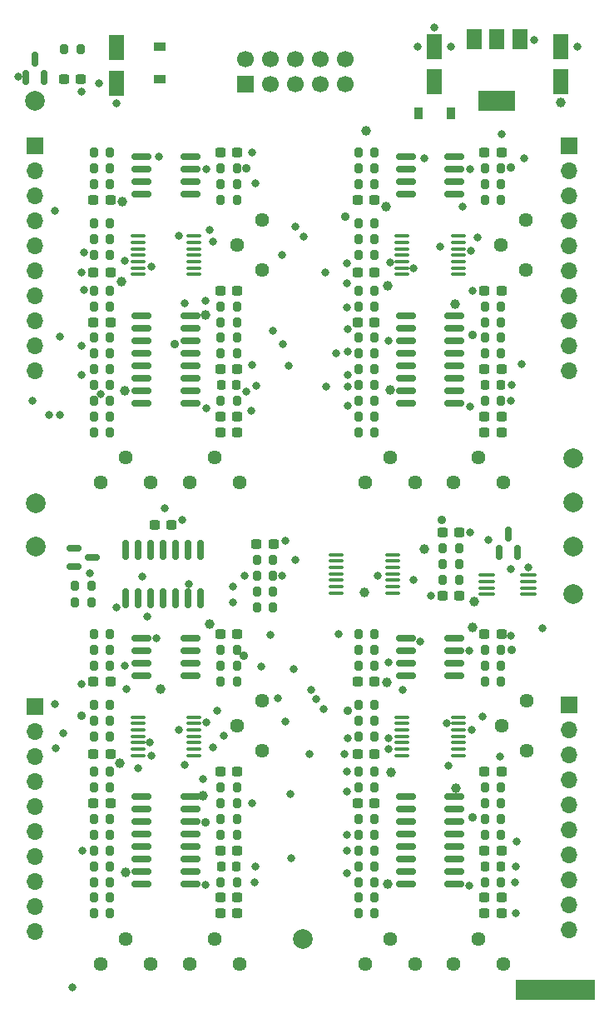
<source format=gbr>
%TF.GenerationSoftware,KiCad,Pcbnew,(6.0.11)*%
%TF.CreationDate,2023-04-16T18:13:22+01:00*%
%TF.ProjectId,Quadraphone,51756164-7261-4706-986f-6e652e6b6963,rev?*%
%TF.SameCoordinates,Original*%
%TF.FileFunction,Soldermask,Top*%
%TF.FilePolarity,Negative*%
%FSLAX46Y46*%
G04 Gerber Fmt 4.6, Leading zero omitted, Abs format (unit mm)*
G04 Created by KiCad (PCBNEW (6.0.11)) date 2023-04-16 18:13:22*
%MOMM*%
%LPD*%
G01*
G04 APERTURE LIST*
G04 Aperture macros list*
%AMRoundRect*
0 Rectangle with rounded corners*
0 $1 Rounding radius*
0 $2 $3 $4 $5 $6 $7 $8 $9 X,Y pos of 4 corners*
0 Add a 4 corners polygon primitive as box body*
4,1,4,$2,$3,$4,$5,$6,$7,$8,$9,$2,$3,0*
0 Add four circle primitives for the rounded corners*
1,1,$1+$1,$2,$3*
1,1,$1+$1,$4,$5*
1,1,$1+$1,$6,$7*
1,1,$1+$1,$8,$9*
0 Add four rect primitives between the rounded corners*
20,1,$1+$1,$2,$3,$4,$5,0*
20,1,$1+$1,$4,$5,$6,$7,0*
20,1,$1+$1,$6,$7,$8,$9,0*
20,1,$1+$1,$8,$9,$2,$3,0*%
G04 Aperture macros list end*
%ADD10C,0.100000*%
%ADD11RoundRect,0.237500X0.300000X0.237500X-0.300000X0.237500X-0.300000X-0.237500X0.300000X-0.237500X0*%
%ADD12C,2.000000*%
%ADD13C,1.440000*%
%ADD14RoundRect,0.218750X-0.218750X-0.256250X0.218750X-0.256250X0.218750X0.256250X-0.218750X0.256250X0*%
%ADD15RoundRect,0.200000X-0.200000X-0.275000X0.200000X-0.275000X0.200000X0.275000X-0.200000X0.275000X0*%
%ADD16RoundRect,0.237500X-0.300000X-0.237500X0.300000X-0.237500X0.300000X0.237500X-0.300000X0.237500X0*%
%ADD17RoundRect,0.200000X0.200000X0.275000X-0.200000X0.275000X-0.200000X-0.275000X0.200000X-0.275000X0*%
%ADD18RoundRect,0.150000X0.825000X0.150000X-0.825000X0.150000X-0.825000X-0.150000X0.825000X-0.150000X0*%
%ADD19RoundRect,0.150000X0.150000X-0.587500X0.150000X0.587500X-0.150000X0.587500X-0.150000X-0.587500X0*%
%ADD20RoundRect,0.150000X-0.150000X0.825000X-0.150000X-0.825000X0.150000X-0.825000X0.150000X0.825000X0*%
%ADD21RoundRect,0.100000X0.712500X0.100000X-0.712500X0.100000X-0.712500X-0.100000X0.712500X-0.100000X0*%
%ADD22RoundRect,0.100000X0.637500X0.100000X-0.637500X0.100000X-0.637500X-0.100000X0.637500X-0.100000X0*%
%ADD23RoundRect,0.250000X0.550000X-1.050000X0.550000X1.050000X-0.550000X1.050000X-0.550000X-1.050000X0*%
%ADD24RoundRect,0.150000X-0.587500X-0.150000X0.587500X-0.150000X0.587500X0.150000X-0.587500X0.150000X0*%
%ADD25R,1.200000X0.900000*%
%ADD26R,0.900000X1.200000*%
%ADD27RoundRect,0.150000X-0.825000X-0.150000X0.825000X-0.150000X0.825000X0.150000X-0.825000X0.150000X0*%
%ADD28R,1.700000X1.700000*%
%ADD29C,1.700000*%
%ADD30R,1.500000X2.000000*%
%ADD31R,3.800000X2.000000*%
%ADD32O,1.700000X1.700000*%
%ADD33C,0.800000*%
%ADD34C,0.900000*%
%ADD35C,1.000000*%
G04 APERTURE END LIST*
%TO.C,FID1*%
G36*
X109700000Y-149700000D02*
G01*
X101700000Y-149700000D01*
X101700000Y-147700000D01*
X109700000Y-147700000D01*
X109700000Y-149700000D01*
G37*
D10*
X109700000Y-149700000D02*
X101700000Y-149700000D01*
X101700000Y-147700000D01*
X109700000Y-147700000D01*
X109700000Y-149700000D01*
%TD*%
D11*
%TO.C,C40*%
X87362500Y-117400000D03*
X85637500Y-117400000D03*
%TD*%
D12*
%TO.C,TP6*%
X52800000Y-58400000D03*
%TD*%
D13*
%TO.C,HF_Track_Trim3*%
X68500000Y-146100000D03*
X71040000Y-143560000D03*
X73580000Y-146100000D03*
%TD*%
D14*
%TO.C,D3*%
X71712500Y-87300000D03*
X73287500Y-87300000D03*
%TD*%
D15*
%TO.C,R2*%
X75375000Y-106700000D03*
X77025000Y-106700000D03*
%TD*%
D11*
%TO.C,C31*%
X73362500Y-141000000D03*
X71637500Y-141000000D03*
%TD*%
D13*
%TO.C,HF_Track_Trim1*%
X68500000Y-97200000D03*
X71040000Y-94660000D03*
X73580000Y-97200000D03*
%TD*%
D11*
%TO.C,C4*%
X73362500Y-77700000D03*
X71637500Y-77700000D03*
%TD*%
D16*
%TO.C,C16*%
X98537500Y-85700000D03*
X100262500Y-85700000D03*
%TD*%
D17*
%TO.C,R82*%
X60425000Y-131400000D03*
X58775000Y-131400000D03*
%TD*%
D13*
%TO.C,Base_Freq_Trim4*%
X86400000Y-146100000D03*
X88940000Y-143560000D03*
X91480000Y-146100000D03*
%TD*%
D15*
%TO.C,R8*%
X71675000Y-82500000D03*
X73325000Y-82500000D03*
%TD*%
D13*
%TO.C,Expo_Trim2*%
X102700000Y-75600000D03*
X100160000Y-73060000D03*
X102700000Y-70520000D03*
%TD*%
D17*
%TO.C,R95*%
X60425000Y-119800000D03*
X58775000Y-119800000D03*
%TD*%
%TO.C,R43*%
X87325000Y-92100000D03*
X85675000Y-92100000D03*
%TD*%
%TO.C,R4*%
X95925000Y-107100000D03*
X94275000Y-107100000D03*
%TD*%
%TO.C,R13*%
X87325000Y-128200000D03*
X85675000Y-128200000D03*
%TD*%
D18*
%TO.C,U18*%
X95475000Y-116805000D03*
X95475000Y-115535000D03*
X95475000Y-114265000D03*
X95475000Y-112995000D03*
X90525000Y-112995000D03*
X90525000Y-114265000D03*
X90525000Y-115535000D03*
X90525000Y-116805000D03*
%TD*%
D19*
%TO.C,U14*%
X100000000Y-104337500D03*
X101900000Y-104337500D03*
X100950000Y-102462500D03*
%TD*%
D11*
%TO.C,C9*%
X77062500Y-103500000D03*
X75337500Y-103500000D03*
%TD*%
D12*
%TO.C,TP7*%
X52900000Y-103700000D03*
%TD*%
D20*
%TO.C,U5*%
X69610000Y-104025000D03*
X68340000Y-104025000D03*
X67070000Y-104025000D03*
X65800000Y-104025000D03*
X64530000Y-104025000D03*
X63260000Y-104025000D03*
X61990000Y-104025000D03*
X61990000Y-108975000D03*
X63260000Y-108975000D03*
X64530000Y-108975000D03*
X65800000Y-108975000D03*
X67070000Y-108975000D03*
X68340000Y-108975000D03*
X69610000Y-108975000D03*
%TD*%
D21*
%TO.C,U3*%
X103012500Y-108575000D03*
X103012500Y-107925000D03*
X103012500Y-107275000D03*
X103012500Y-106625000D03*
X98787500Y-106625000D03*
X98787500Y-107275000D03*
X98787500Y-107925000D03*
X98787500Y-108575000D03*
%TD*%
D15*
%TO.C,R39*%
X85675000Y-85700000D03*
X87325000Y-85700000D03*
%TD*%
%TO.C,R22*%
X58775000Y-88900000D03*
X60425000Y-88900000D03*
%TD*%
%TO.C,R64*%
X85675000Y-137800000D03*
X87325000Y-137800000D03*
%TD*%
D11*
%TO.C,C33*%
X60462500Y-75900000D03*
X58737500Y-75900000D03*
%TD*%
D17*
%TO.C,R9*%
X73325000Y-88900000D03*
X71675000Y-88900000D03*
%TD*%
D15*
%TO.C,R44*%
X98575000Y-66900000D03*
X100225000Y-66900000D03*
%TD*%
D17*
%TO.C,R11*%
X60425000Y-72500000D03*
X58775000Y-72500000D03*
%TD*%
D14*
%TO.C,D5*%
X98612500Y-136200000D03*
X100187500Y-136200000D03*
%TD*%
D22*
%TO.C,U15*%
X68962500Y-124950000D03*
X68962500Y-124300000D03*
X68962500Y-123650000D03*
X68962500Y-123000000D03*
X68962500Y-122350000D03*
X68962500Y-121700000D03*
X68962500Y-121050000D03*
X63237500Y-121050000D03*
X63237500Y-121700000D03*
X63237500Y-122350000D03*
X63237500Y-123000000D03*
X63237500Y-123650000D03*
X63237500Y-124300000D03*
X63237500Y-124950000D03*
%TD*%
D13*
%TO.C,Base_Freq_Trim1*%
X59500000Y-97200000D03*
X62040000Y-94660000D03*
X64580000Y-97200000D03*
%TD*%
D15*
%TO.C,R21*%
X58775000Y-63700000D03*
X60425000Y-63700000D03*
%TD*%
D23*
%TO.C,C11*%
X93400000Y-56500000D03*
X93400000Y-52900000D03*
%TD*%
D15*
%TO.C,R29*%
X58775000Y-65300000D03*
X60425000Y-65300000D03*
%TD*%
%TO.C,R91*%
X71675000Y-117400000D03*
X73325000Y-117400000D03*
%TD*%
D13*
%TO.C,Expo_Trim3*%
X75900000Y-124425000D03*
X73360000Y-121885000D03*
X75900000Y-119345000D03*
%TD*%
D16*
%TO.C,C22*%
X98537500Y-134600000D03*
X100262500Y-134600000D03*
%TD*%
D17*
%TO.C,R77*%
X60425000Y-121400000D03*
X58775000Y-121400000D03*
%TD*%
D15*
%TO.C,R34*%
X85675000Y-87300000D03*
X87325000Y-87300000D03*
%TD*%
%TO.C,R18*%
X58775000Y-87300000D03*
X60425000Y-87300000D03*
%TD*%
%TO.C,R92*%
X58775000Y-112600000D03*
X60425000Y-112600000D03*
%TD*%
D18*
%TO.C,U13*%
X95475000Y-67905000D03*
X95475000Y-66635000D03*
X95475000Y-65365000D03*
X95475000Y-64095000D03*
X90525000Y-64095000D03*
X90525000Y-65365000D03*
X90525000Y-66635000D03*
X90525000Y-67905000D03*
%TD*%
D11*
%TO.C,C35*%
X87362500Y-75900000D03*
X85637500Y-75900000D03*
%TD*%
D16*
%TO.C,C24*%
X98537500Y-112600000D03*
X100262500Y-112600000D03*
%TD*%
D15*
%TO.C,R7*%
X94275000Y-103900000D03*
X95925000Y-103900000D03*
%TD*%
D17*
%TO.C,R35*%
X87325000Y-77700000D03*
X85675000Y-77700000D03*
%TD*%
D11*
%TO.C,C29*%
X73362500Y-139400000D03*
X71637500Y-139400000D03*
%TD*%
%TO.C,C19*%
X100262500Y-92100000D03*
X98537500Y-92100000D03*
%TD*%
D17*
%TO.C,R5*%
X95925000Y-105500000D03*
X94275000Y-105500000D03*
%TD*%
D15*
%TO.C,R73*%
X98575000Y-114200000D03*
X100225000Y-114200000D03*
%TD*%
D12*
%TO.C,TP5*%
X107600000Y-108500000D03*
%TD*%
D18*
%TO.C,U16*%
X68575000Y-116805000D03*
X68575000Y-115535000D03*
X68575000Y-114265000D03*
X68575000Y-112995000D03*
X63625000Y-112995000D03*
X63625000Y-114265000D03*
X63625000Y-115535000D03*
X63625000Y-116805000D03*
%TD*%
D17*
%TO.C,R31*%
X87325000Y-72500000D03*
X85675000Y-72500000D03*
%TD*%
D13*
%TO.C,Expo_Trim4*%
X102800000Y-124425000D03*
X100260000Y-121885000D03*
X102800000Y-119345000D03*
%TD*%
D17*
%TO.C,R75*%
X100225000Y-129800000D03*
X98575000Y-129800000D03*
%TD*%
%TO.C,R94*%
X60425000Y-139400000D03*
X58775000Y-139400000D03*
%TD*%
%TO.C,R76*%
X100225000Y-133000000D03*
X98575000Y-133000000D03*
%TD*%
D11*
%TO.C,C6*%
X73362500Y-90500000D03*
X71637500Y-90500000D03*
%TD*%
D17*
%TO.C,R24*%
X73325000Y-80900000D03*
X71675000Y-80900000D03*
%TD*%
D15*
%TO.C,R32*%
X85675000Y-84100000D03*
X87325000Y-84100000D03*
%TD*%
D17*
%TO.C,R63*%
X87325000Y-123000000D03*
X85675000Y-123000000D03*
%TD*%
D16*
%TO.C,C26*%
X58737500Y-129800000D03*
X60462500Y-129800000D03*
%TD*%
D11*
%TO.C,C25*%
X100262500Y-141000000D03*
X98537500Y-141000000D03*
%TD*%
D15*
%TO.C,R74*%
X85675000Y-114200000D03*
X87325000Y-114200000D03*
%TD*%
D22*
%TO.C,U11*%
X95862500Y-124950000D03*
X95862500Y-124300000D03*
X95862500Y-123650000D03*
X95862500Y-123000000D03*
X95862500Y-122350000D03*
X95862500Y-121700000D03*
X95862500Y-121050000D03*
X90137500Y-121050000D03*
X90137500Y-121700000D03*
X90137500Y-122350000D03*
X90137500Y-123000000D03*
X90137500Y-123650000D03*
X90137500Y-124300000D03*
X90137500Y-124950000D03*
%TD*%
D17*
%TO.C,R66*%
X87325000Y-141000000D03*
X85675000Y-141000000D03*
%TD*%
%TO.C,R89*%
X60425000Y-141000000D03*
X58775000Y-141000000D03*
%TD*%
D11*
%TO.C,C27*%
X73362500Y-126600000D03*
X71637500Y-126600000D03*
%TD*%
D15*
%TO.C,R68*%
X98575000Y-117400000D03*
X100225000Y-117400000D03*
%TD*%
%TO.C,R90*%
X71675000Y-115800000D03*
X73325000Y-115800000D03*
%TD*%
%TO.C,R17*%
X58775000Y-85700000D03*
X60425000Y-85700000D03*
%TD*%
D23*
%TO.C,C12*%
X61100000Y-56600000D03*
X61100000Y-53000000D03*
%TD*%
D15*
%TO.C,R87*%
X58775000Y-137800000D03*
X60425000Y-137800000D03*
%TD*%
D11*
%TO.C,C36*%
X87362500Y-68500000D03*
X85637500Y-68500000D03*
%TD*%
%TO.C,C15*%
X100262500Y-77700000D03*
X98537500Y-77700000D03*
%TD*%
D15*
%TO.C,R62*%
X85675000Y-134600000D03*
X87325000Y-134600000D03*
%TD*%
D11*
%TO.C,C21*%
X100262500Y-126600000D03*
X98537500Y-126600000D03*
%TD*%
D12*
%TO.C,TP8*%
X107600000Y-103700000D03*
%TD*%
D17*
%TO.C,R52*%
X100225000Y-80900000D03*
X98575000Y-80900000D03*
%TD*%
%TO.C,R23*%
X60425000Y-92100000D03*
X58775000Y-92100000D03*
%TD*%
D12*
%TO.C,TP2*%
X107600000Y-94700000D03*
%TD*%
D11*
%TO.C,C1*%
X95962500Y-108700000D03*
X94237500Y-108700000D03*
%TD*%
%TO.C,C8*%
X73362500Y-92100000D03*
X71637500Y-92100000D03*
%TD*%
%TO.C,C39*%
X87362500Y-124800000D03*
X85637500Y-124800000D03*
%TD*%
D12*
%TO.C,TP4*%
X80000000Y-143600000D03*
%TD*%
D17*
%TO.C,R47*%
X87325000Y-66900000D03*
X85675000Y-66900000D03*
%TD*%
D24*
%TO.C,Q1*%
X56762500Y-103850000D03*
X56762500Y-105750000D03*
X58637500Y-104800000D03*
%TD*%
D25*
%TO.C,D2*%
X65500000Y-56250000D03*
X65500000Y-52950000D03*
%TD*%
D13*
%TO.C,Base_Freq_Trim2*%
X86400000Y-97200000D03*
X88940000Y-94660000D03*
X91480000Y-97200000D03*
%TD*%
D15*
%TO.C,R38*%
X98575000Y-82500000D03*
X100225000Y-82500000D03*
%TD*%
D22*
%TO.C,U7*%
X95862500Y-76050000D03*
X95862500Y-75400000D03*
X95862500Y-74750000D03*
X95862500Y-74100000D03*
X95862500Y-73450000D03*
X95862500Y-72800000D03*
X95862500Y-72150000D03*
X90137500Y-72150000D03*
X90137500Y-72800000D03*
X90137500Y-73450000D03*
X90137500Y-74100000D03*
X90137500Y-74750000D03*
X90137500Y-75400000D03*
X90137500Y-76050000D03*
%TD*%
D17*
%TO.C,R100*%
X57425000Y-53200000D03*
X55775000Y-53200000D03*
%TD*%
D15*
%TO.C,R19*%
X71675000Y-66900000D03*
X73325000Y-66900000D03*
%TD*%
D16*
%TO.C,C41*%
X71637500Y-63700000D03*
X73362500Y-63700000D03*
%TD*%
D11*
%TO.C,C34*%
X60462500Y-68500000D03*
X58737500Y-68500000D03*
%TD*%
D14*
%TO.C,D4*%
X98612500Y-87300000D03*
X100187500Y-87300000D03*
%TD*%
D15*
%TO.C,R37*%
X58775000Y-84100000D03*
X60425000Y-84100000D03*
%TD*%
D17*
%TO.C,R60*%
X87325000Y-79300000D03*
X85675000Y-79300000D03*
%TD*%
D15*
%TO.C,R67*%
X98575000Y-115800000D03*
X100225000Y-115800000D03*
%TD*%
%TO.C,R45*%
X98575000Y-68500000D03*
X100225000Y-68500000D03*
%TD*%
D16*
%TO.C,C13*%
X58737500Y-80900000D03*
X60462500Y-80900000D03*
%TD*%
%TO.C,C10*%
X55737500Y-56200000D03*
X57462500Y-56200000D03*
%TD*%
D15*
%TO.C,R56*%
X98575000Y-128200000D03*
X100225000Y-128200000D03*
%TD*%
D17*
%TO.C,R25*%
X60425000Y-79300000D03*
X58775000Y-79300000D03*
%TD*%
%TO.C,R83*%
X60425000Y-128200000D03*
X58775000Y-128200000D03*
%TD*%
%TO.C,R88*%
X73325000Y-137800000D03*
X71675000Y-137800000D03*
%TD*%
%TO.C,R12*%
X60425000Y-77700000D03*
X58775000Y-77700000D03*
%TD*%
D15*
%TO.C,R10*%
X71675000Y-79300000D03*
X73325000Y-79300000D03*
%TD*%
D13*
%TO.C,Expo_Trim1*%
X75900000Y-75600000D03*
X73360000Y-73060000D03*
X75900000Y-70520000D03*
%TD*%
D16*
%TO.C,C30*%
X71637500Y-112600000D03*
X73362500Y-112600000D03*
%TD*%
D15*
%TO.C,R69*%
X85675000Y-112600000D03*
X87325000Y-112600000D03*
%TD*%
D17*
%TO.C,R81*%
X60425000Y-126600000D03*
X58775000Y-126600000D03*
%TD*%
D15*
%TO.C,R61*%
X98575000Y-131400000D03*
X100225000Y-131400000D03*
%TD*%
D14*
%TO.C,D6*%
X71712500Y-136200000D03*
X73287500Y-136200000D03*
%TD*%
D15*
%TO.C,R79*%
X71675000Y-128200000D03*
X73325000Y-128200000D03*
%TD*%
%TO.C,R46*%
X85675000Y-63700000D03*
X87325000Y-63700000D03*
%TD*%
D26*
%TO.C,D1*%
X95118750Y-59700000D03*
X91818750Y-59700000D03*
%TD*%
D17*
%TO.C,R36*%
X87325000Y-82500000D03*
X85675000Y-82500000D03*
%TD*%
%TO.C,R98*%
X73325000Y-131400000D03*
X71675000Y-131400000D03*
%TD*%
D27*
%TO.C,U22*%
X63625000Y-129155000D03*
X63625000Y-130425000D03*
X63625000Y-131695000D03*
X63625000Y-132965000D03*
X63625000Y-134235000D03*
X63625000Y-135505000D03*
X63625000Y-136775000D03*
X63625000Y-138045000D03*
X68575000Y-138045000D03*
X68575000Y-136775000D03*
X68575000Y-135505000D03*
X68575000Y-134235000D03*
X68575000Y-132965000D03*
X68575000Y-131695000D03*
X68575000Y-130425000D03*
X68575000Y-129155000D03*
%TD*%
D15*
%TO.C,R33*%
X98575000Y-79300000D03*
X100225000Y-79300000D03*
%TD*%
%TO.C,R41*%
X85675000Y-88900000D03*
X87325000Y-88900000D03*
%TD*%
D17*
%TO.C,R30*%
X73325000Y-84100000D03*
X71675000Y-84100000D03*
%TD*%
D27*
%TO.C,U17*%
X90525000Y-129155000D03*
X90525000Y-130425000D03*
X90525000Y-131695000D03*
X90525000Y-132965000D03*
X90525000Y-134235000D03*
X90525000Y-135505000D03*
X90525000Y-136775000D03*
X90525000Y-138045000D03*
X95475000Y-138045000D03*
X95475000Y-136775000D03*
X95475000Y-135505000D03*
X95475000Y-134235000D03*
X95475000Y-132965000D03*
X95475000Y-131695000D03*
X95475000Y-130425000D03*
X95475000Y-129155000D03*
%TD*%
D17*
%TO.C,R102*%
X58525000Y-107700000D03*
X56875000Y-107700000D03*
%TD*%
D15*
%TO.C,R84*%
X71675000Y-133000000D03*
X73325000Y-133000000D03*
%TD*%
D11*
%TO.C,C7*%
X95962500Y-102300000D03*
X94237500Y-102300000D03*
%TD*%
D17*
%TO.C,R48*%
X87325000Y-90500000D03*
X85675000Y-90500000D03*
%TD*%
D15*
%TO.C,R20*%
X71675000Y-68500000D03*
X73325000Y-68500000D03*
%TD*%
%TO.C,R50*%
X98575000Y-65300000D03*
X100225000Y-65300000D03*
%TD*%
%TO.C,R55*%
X85675000Y-133000000D03*
X87325000Y-133000000D03*
%TD*%
D11*
%TO.C,C17*%
X100262500Y-90500000D03*
X98537500Y-90500000D03*
%TD*%
D13*
%TO.C,Base_Freq_Trim3*%
X59500000Y-146100000D03*
X62040000Y-143560000D03*
X64580000Y-146100000D03*
%TD*%
D11*
%TO.C,C32*%
X66662500Y-101500000D03*
X64937500Y-101500000D03*
%TD*%
D19*
%TO.C,U4*%
X51850000Y-56037500D03*
X53750000Y-56037500D03*
X52800000Y-54162500D03*
%TD*%
D16*
%TO.C,C18*%
X98537500Y-63700000D03*
X100262500Y-63700000D03*
%TD*%
D11*
%TO.C,C37*%
X60462500Y-124800000D03*
X58737500Y-124800000D03*
%TD*%
D16*
%TO.C,C14*%
X85637500Y-80900000D03*
X87362500Y-80900000D03*
%TD*%
D15*
%TO.C,R85*%
X58775000Y-134600000D03*
X60425000Y-134600000D03*
%TD*%
D17*
%TO.C,R16*%
X60425000Y-90500000D03*
X58775000Y-90500000D03*
%TD*%
D23*
%TO.C,C3*%
X106268750Y-56500000D03*
X106268750Y-52900000D03*
%TD*%
D15*
%TO.C,R80*%
X58775000Y-136200000D03*
X60425000Y-136200000D03*
%TD*%
D17*
%TO.C,R72*%
X87325000Y-119800000D03*
X85675000Y-119800000D03*
%TD*%
%TO.C,R71*%
X87325000Y-139400000D03*
X85675000Y-139400000D03*
%TD*%
D11*
%TO.C,C23*%
X100262500Y-139400000D03*
X98537500Y-139400000D03*
%TD*%
D15*
%TO.C,R57*%
X85675000Y-136200000D03*
X87325000Y-136200000D03*
%TD*%
D22*
%TO.C,U6*%
X68962500Y-76050000D03*
X68962500Y-75400000D03*
X68962500Y-74750000D03*
X68962500Y-74100000D03*
X68962500Y-73450000D03*
X68962500Y-72800000D03*
X68962500Y-72150000D03*
X63237500Y-72150000D03*
X63237500Y-72800000D03*
X63237500Y-73450000D03*
X63237500Y-74100000D03*
X63237500Y-74750000D03*
X63237500Y-75400000D03*
X63237500Y-76050000D03*
%TD*%
D17*
%TO.C,R86*%
X60425000Y-123000000D03*
X58775000Y-123000000D03*
%TD*%
%TO.C,R99*%
X73325000Y-129800000D03*
X71675000Y-129800000D03*
%TD*%
%TO.C,R58*%
X87325000Y-126600000D03*
X85675000Y-126600000D03*
%TD*%
D12*
%TO.C,TP3*%
X107600000Y-99200000D03*
%TD*%
D22*
%TO.C,U8*%
X89162500Y-108437291D03*
X89162500Y-107787291D03*
X89162500Y-107137291D03*
X89162500Y-106487291D03*
X89162500Y-105837291D03*
X89162500Y-105187291D03*
X89162500Y-104537291D03*
X83437500Y-104537291D03*
X83437500Y-105187291D03*
X83437500Y-105837291D03*
X83437500Y-106487291D03*
X83437500Y-107137291D03*
X83437500Y-107787291D03*
X83437500Y-108437291D03*
%TD*%
D17*
%TO.C,R59*%
X87325000Y-131400000D03*
X85675000Y-131400000D03*
%TD*%
D13*
%TO.C,HF_Track_Trim2*%
X95400000Y-97200000D03*
X97940000Y-94660000D03*
X100480000Y-97200000D03*
%TD*%
D18*
%TO.C,U10*%
X68575000Y-67905000D03*
X68575000Y-66635000D03*
X68575000Y-65365000D03*
X68575000Y-64095000D03*
X63625000Y-64095000D03*
X63625000Y-65365000D03*
X63625000Y-66635000D03*
X63625000Y-67905000D03*
%TD*%
D15*
%TO.C,R78*%
X58775000Y-133000000D03*
X60425000Y-133000000D03*
%TD*%
D16*
%TO.C,C5*%
X71637500Y-85700000D03*
X73362500Y-85700000D03*
%TD*%
D17*
%TO.C,R70*%
X87325000Y-115800000D03*
X85675000Y-115800000D03*
%TD*%
D16*
%TO.C,C20*%
X85637500Y-129800000D03*
X87362500Y-129800000D03*
%TD*%
D17*
%TO.C,R42*%
X100225000Y-88900000D03*
X98575000Y-88900000D03*
%TD*%
D13*
%TO.C,HF_Track_Trim4*%
X95400000Y-146100000D03*
X97940000Y-143560000D03*
X100480000Y-146100000D03*
%TD*%
D17*
%TO.C,R54*%
X87325000Y-121400000D03*
X85675000Y-121400000D03*
%TD*%
%TO.C,R53*%
X100225000Y-84100000D03*
X98575000Y-84100000D03*
%TD*%
D27*
%TO.C,U9*%
X63625000Y-80255000D03*
X63625000Y-81525000D03*
X63625000Y-82795000D03*
X63625000Y-84065000D03*
X63625000Y-85335000D03*
X63625000Y-86605000D03*
X63625000Y-87875000D03*
X63625000Y-89145000D03*
X68575000Y-89145000D03*
X68575000Y-87875000D03*
X68575000Y-86605000D03*
X68575000Y-85335000D03*
X68575000Y-84065000D03*
X68575000Y-82795000D03*
X68575000Y-81525000D03*
X68575000Y-80255000D03*
%TD*%
D17*
%TO.C,R26*%
X60425000Y-66900000D03*
X58775000Y-66900000D03*
%TD*%
D15*
%TO.C,R51*%
X85675000Y-65300000D03*
X87325000Y-65300000D03*
%TD*%
D28*
%TO.C,J5*%
X74200000Y-56700000D03*
D29*
X74200000Y-54160000D03*
X76740000Y-56700000D03*
X76740000Y-54160000D03*
X79280000Y-56700000D03*
X79280000Y-54160000D03*
X81820000Y-56700000D03*
X81820000Y-54160000D03*
X84360000Y-56700000D03*
X84360000Y-54160000D03*
%TD*%
D17*
%TO.C,R65*%
X100225000Y-137800000D03*
X98575000Y-137800000D03*
%TD*%
D16*
%TO.C,C28*%
X71637500Y-134600000D03*
X73362500Y-134600000D03*
%TD*%
D30*
%TO.C,U1*%
X102100000Y-52150000D03*
D31*
X99800000Y-58450000D03*
D30*
X99800000Y-52150000D03*
X97500000Y-52150000D03*
%TD*%
D15*
%TO.C,R28*%
X71675000Y-65300000D03*
X73325000Y-65300000D03*
%TD*%
D11*
%TO.C,C38*%
X60462500Y-117400000D03*
X58737500Y-117400000D03*
%TD*%
D15*
%TO.C,R1*%
X75375000Y-105100000D03*
X77025000Y-105100000D03*
%TD*%
D17*
%TO.C,R15*%
X60425000Y-74100000D03*
X58775000Y-74100000D03*
%TD*%
%TO.C,R40*%
X87325000Y-74100000D03*
X85675000Y-74100000D03*
%TD*%
%TO.C,R93*%
X60425000Y-115800000D03*
X58775000Y-115800000D03*
%TD*%
%TO.C,R27*%
X60425000Y-70900000D03*
X58775000Y-70900000D03*
%TD*%
D15*
%TO.C,R3*%
X75375000Y-108300000D03*
X77025000Y-108300000D03*
%TD*%
D12*
%TO.C,TP1*%
X52900000Y-99300000D03*
%TD*%
D15*
%TO.C,R97*%
X58775000Y-114200000D03*
X60425000Y-114200000D03*
%TD*%
D17*
%TO.C,R49*%
X87325000Y-70900000D03*
X85675000Y-70900000D03*
%TD*%
%TO.C,R14*%
X60425000Y-82500000D03*
X58775000Y-82500000D03*
%TD*%
D27*
%TO.C,U12*%
X90525000Y-80255000D03*
X90525000Y-81525000D03*
X90525000Y-82795000D03*
X90525000Y-84065000D03*
X90525000Y-85335000D03*
X90525000Y-86605000D03*
X90525000Y-87875000D03*
X90525000Y-89145000D03*
X95475000Y-89145000D03*
X95475000Y-87875000D03*
X95475000Y-86605000D03*
X95475000Y-85335000D03*
X95475000Y-84065000D03*
X95475000Y-82795000D03*
X95475000Y-81525000D03*
X95475000Y-80255000D03*
%TD*%
D17*
%TO.C,R101*%
X58525000Y-109400000D03*
X56875000Y-109400000D03*
%TD*%
D15*
%TO.C,R96*%
X71675000Y-114200000D03*
X73325000Y-114200000D03*
%TD*%
%TO.C,R6*%
X75375000Y-109900000D03*
X77025000Y-109900000D03*
%TD*%
D28*
%TO.C,J4*%
X107100000Y-119800000D03*
D32*
X107100000Y-122340000D03*
X107100000Y-124880000D03*
X107100000Y-127420000D03*
X107100000Y-129960000D03*
X107100000Y-132500000D03*
X107100000Y-135040000D03*
X107100000Y-137580000D03*
X107100000Y-140120000D03*
X107100000Y-142660000D03*
%TD*%
D28*
%TO.C,J3*%
X52800000Y-120000000D03*
D32*
X52800000Y-122540000D03*
X52800000Y-125080000D03*
X52800000Y-127620000D03*
X52800000Y-130160000D03*
X52800000Y-132700000D03*
X52800000Y-135240000D03*
X52800000Y-137780000D03*
X52800000Y-140320000D03*
X52800000Y-142860000D03*
%TD*%
D28*
%TO.C,J2*%
X107100000Y-63000000D03*
D32*
X107100000Y-65540000D03*
X107100000Y-68080000D03*
X107100000Y-70620000D03*
X107100000Y-73160000D03*
X107100000Y-75700000D03*
X107100000Y-78240000D03*
X107100000Y-80780000D03*
X107100000Y-83320000D03*
X107100000Y-85860000D03*
%TD*%
D28*
%TO.C,J1*%
X52800000Y-63000000D03*
D32*
X52800000Y-65540000D03*
X52800000Y-68080000D03*
X52800000Y-70620000D03*
X52800000Y-73160000D03*
X52800000Y-75700000D03*
X52800000Y-78240000D03*
X52800000Y-80780000D03*
X52800000Y-83320000D03*
X52800000Y-85860000D03*
%TD*%
D33*
X94900000Y-126000000D03*
X51100000Y-56000000D03*
X72000000Y-122900000D03*
X59300000Y-56600000D03*
X68000000Y-125900000D03*
X95100000Y-52900000D03*
X101200000Y-106000000D03*
X92000000Y-113400000D03*
X97100000Y-65400000D03*
X94000000Y-73200000D03*
X80700000Y-124800000D03*
X83700000Y-112600000D03*
X75200000Y-66800000D03*
X75800000Y-115900000D03*
X67400000Y-72100000D03*
X74800000Y-89900000D03*
X57500000Y-57500000D03*
X84300000Y-124800000D03*
X65400000Y-64100000D03*
X101200000Y-112800000D03*
X103600000Y-52200000D03*
X66000000Y-99800000D03*
X74100000Y-106700000D03*
X97000000Y-114300000D03*
X78840145Y-135375500D03*
X97000000Y-138200000D03*
X54800000Y-69600000D03*
X70200000Y-89700000D03*
X98300000Y-121000000D03*
X65100000Y-113000000D03*
X54900000Y-124200000D03*
X75100000Y-137800000D03*
X92420023Y-64220023D03*
X97100000Y-89500000D03*
X97100000Y-102300000D03*
X78800000Y-128900000D03*
X57500000Y-117700000D03*
X70200000Y-65400000D03*
X93400000Y-51000000D03*
X97300000Y-77700000D03*
X61100000Y-58700000D03*
X70100000Y-78700000D03*
X70100000Y-138100000D03*
X100300000Y-61800000D03*
X91700000Y-52900000D03*
X101212299Y-88912299D03*
X90200000Y-118300000D03*
X93100000Y-108700000D03*
X108000000Y-52900000D03*
X102600000Y-64300000D03*
X63700000Y-106800000D03*
X57500000Y-75900000D03*
X101600000Y-137800000D03*
X71300000Y-120400000D03*
X103000000Y-105800000D03*
X74900000Y-63700000D03*
X101700000Y-141000000D03*
X72900000Y-109400000D03*
D34*
X67000000Y-83100000D03*
X94200000Y-101000000D03*
X70100000Y-131700000D03*
X97300000Y-131200000D03*
D33*
X67800000Y-101000000D03*
D34*
X97287500Y-82187500D03*
D35*
X65600000Y-118200000D03*
X88500000Y-69200000D03*
X61700000Y-68700000D03*
D33*
X62100000Y-118200000D03*
D35*
X88600000Y-117500000D03*
X61600000Y-76800000D03*
X86300000Y-108400000D03*
X70100000Y-80200000D03*
X69891477Y-129013471D03*
X97512500Y-109300000D03*
X89000000Y-126700000D03*
X95500000Y-79100000D03*
X95600000Y-128300000D03*
X88700000Y-77200000D03*
X106268750Y-58600000D03*
X92400000Y-104000000D03*
X61400000Y-125700000D03*
D33*
X74300000Y-88000000D03*
X101299999Y-87299998D03*
X101700000Y-136200000D03*
X58400000Y-106400000D03*
X75200000Y-136200000D03*
D35*
X61900000Y-87924500D03*
X97300000Y-111900000D03*
X62000000Y-136800000D03*
X70600000Y-111600000D03*
X88900000Y-87775500D03*
X86500000Y-61500000D03*
X88700000Y-138000000D03*
D33*
X78300000Y-103100000D03*
X74900000Y-85300000D03*
X78575500Y-85367398D03*
X101800000Y-133724500D03*
X74900000Y-129800000D03*
X102300000Y-85200000D03*
X55300000Y-90300000D03*
X57500000Y-83300000D03*
X78000000Y-83100000D03*
X88800000Y-82800000D03*
D34*
X84400000Y-70200000D03*
X74300000Y-65300000D03*
X74010756Y-114789244D03*
X101300000Y-114200000D03*
X101200000Y-65200000D03*
X57499312Y-120899312D03*
X84600000Y-120400000D03*
D33*
X76700000Y-112724500D03*
X79075500Y-116179791D03*
X61100000Y-109900000D03*
X63300000Y-126200000D03*
X88800000Y-124300000D03*
X91300000Y-75400000D03*
X78300000Y-121500000D03*
X64652451Y-75227852D03*
X77900000Y-74100000D03*
X64200000Y-110800000D03*
X64600000Y-125000000D03*
X91300000Y-107100000D03*
X79300000Y-71200000D03*
X94700000Y-121700000D03*
X70600000Y-71500000D03*
X70185350Y-121575500D03*
X97800000Y-72300000D03*
X79300000Y-105098062D03*
X97200000Y-122300000D03*
X67400000Y-122300000D03*
X77900000Y-106700000D03*
X97125652Y-73687174D03*
X70900000Y-72700000D03*
X80100000Y-72200000D03*
X61900000Y-74700000D03*
X88800000Y-123200000D03*
X88921767Y-74824500D03*
X80875500Y-118243082D03*
X82300000Y-75900000D03*
X64481868Y-123614805D03*
X57800000Y-77675500D03*
X84500000Y-126600000D03*
X54800000Y-119700000D03*
X84500000Y-77000000D03*
X57500000Y-86300000D03*
X57600000Y-134600000D03*
X84600000Y-86242898D03*
X84500000Y-134600000D03*
X84643082Y-89424500D03*
X59500000Y-88200000D03*
X56600000Y-148500000D03*
X52500000Y-88900000D03*
X69900000Y-127300000D03*
X82200000Y-120200000D03*
X70900000Y-124100000D03*
X61900000Y-115800000D03*
X100108761Y-125021904D03*
X84500000Y-133000000D03*
X84497515Y-136924500D03*
X84500000Y-128600000D03*
X88800000Y-115500000D03*
X83437500Y-84037500D03*
X68000000Y-79000000D03*
X87700000Y-106700000D03*
X104400000Y-112000000D03*
X84600000Y-83918398D03*
X84600000Y-87500000D03*
X84500000Y-79400000D03*
X96300000Y-69200000D03*
X84524500Y-74900000D03*
X55700000Y-122700000D03*
X57800000Y-73800000D03*
X84600000Y-123200000D03*
X82374001Y-87500000D03*
X75300000Y-87400000D03*
X77500000Y-119100000D03*
X81400000Y-119200000D03*
X54200000Y-90300000D03*
X55300000Y-82400000D03*
X76963756Y-81763756D03*
X84600000Y-81600000D03*
X68424500Y-107500000D03*
X72900000Y-107800000D03*
X98900000Y-103000000D03*
M02*

</source>
